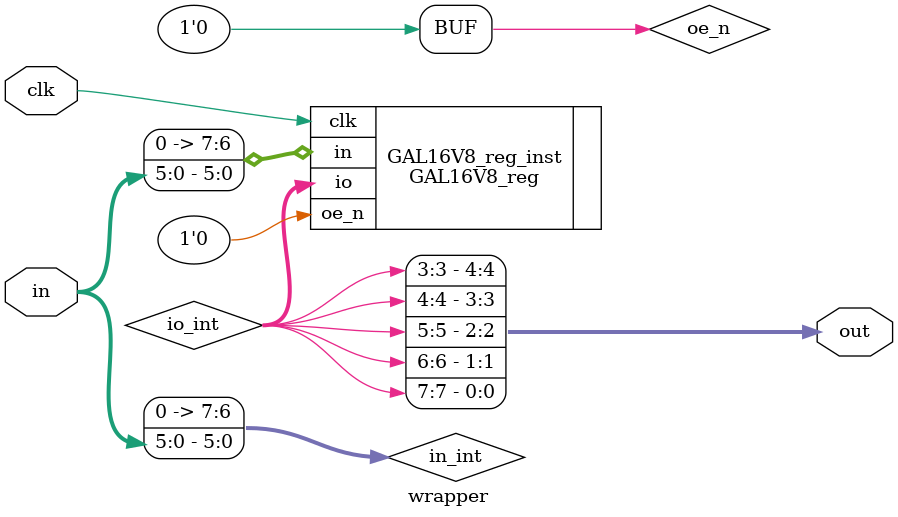
<source format=v>
module wrapper (
	input wire clk,
	input wire [5:0] in,
	output wire [4:0] out
);

wire [7:0] in_int;
wire [7:0] io_int;
wire oe_n;

assign oe_n = 0;
assign in_int = {3'b0, in};
assign out = {io_int[3], io_int[4], io_int[5], io_int[6], io_int[7]};

GAL16V8_reg GAL16V8_reg_inst (
	.clk(clk),
	.in(in_int),
	.oe_n(oe_n),
	.io(io_int)
);

endmodule

</source>
